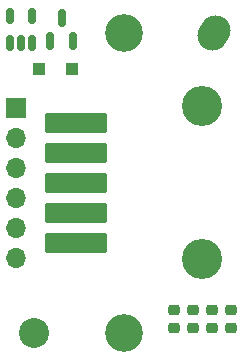
<source format=gbr>
%TF.GenerationSoftware,KiCad,Pcbnew,8.0.4-8.0.4-0~ubuntu22.04.1*%
%TF.CreationDate,2024-08-24T22:10:27-07:00*%
%TF.ProjectId,mag-encoder,6d61672d-656e-4636-9f64-65722e6b6963,0*%
%TF.SameCoordinates,Original*%
%TF.FileFunction,Soldermask,Top*%
%TF.FilePolarity,Negative*%
%FSLAX46Y46*%
G04 Gerber Fmt 4.6, Leading zero omitted, Abs format (unit mm)*
G04 Created by KiCad (PCBNEW 8.0.4-8.0.4-0~ubuntu22.04.1) date 2024-08-24 22:10:27*
%MOMM*%
%LPD*%
G01*
G04 APERTURE LIST*
G04 Aperture macros list*
%AMRoundRect*
0 Rectangle with rounded corners*
0 $1 Rounding radius*
0 $2 $3 $4 $5 $6 $7 $8 $9 X,Y pos of 4 corners*
0 Add a 4 corners polygon primitive as box body*
4,1,4,$2,$3,$4,$5,$6,$7,$8,$9,$2,$3,0*
0 Add four circle primitives for the rounded corners*
1,1,$1+$1,$2,$3*
1,1,$1+$1,$4,$5*
1,1,$1+$1,$6,$7*
1,1,$1+$1,$8,$9*
0 Add four rect primitives between the rounded corners*
20,1,$1+$1,$2,$3,$4,$5,0*
20,1,$1+$1,$4,$5,$6,$7,0*
20,1,$1+$1,$6,$7,$8,$9,0*
20,1,$1+$1,$8,$9,$2,$3,0*%
%AMHorizOval*
0 Thick line with rounded ends*
0 $1 width*
0 $2 $3 position (X,Y) of the first rounded end (center of the circle)*
0 $4 $5 position (X,Y) of the second rounded end (center of the circle)*
0 Add line between two ends*
20,1,$1,$2,$3,$4,$5,0*
0 Add two circle primitives to create the rounded ends*
1,1,$1,$2,$3*
1,1,$1,$4,$5*%
G04 Aperture macros list end*
%ADD10RoundRect,0.150000X0.150000X-0.512500X0.150000X0.512500X-0.150000X0.512500X-0.150000X-0.512500X0*%
%ADD11HorizOval,2.540000X0.130820X0.217720X-0.130820X-0.217720X0*%
%ADD12C,3.200000*%
%ADD13RoundRect,0.218750X0.256250X-0.218750X0.256250X0.218750X-0.256250X0.218750X-0.256250X-0.218750X0*%
%ADD14C,2.540000*%
%ADD15RoundRect,0.150000X0.150000X-0.587500X0.150000X0.587500X-0.150000X0.587500X-0.150000X-0.587500X0*%
%ADD16C,3.400000*%
%ADD17RoundRect,0.121324X2.543676X-0.703676X2.543676X0.703676X-2.543676X0.703676X-2.543676X-0.703676X0*%
%ADD18R,1.700000X1.700000*%
%ADD19O,1.700000X1.700000*%
%ADD20RoundRect,0.250000X-0.300000X-0.300000X0.300000X-0.300000X0.300000X0.300000X-0.300000X0.300000X0*%
G04 APERTURE END LIST*
D10*
%TO.C,U1*%
X220919000Y-111754500D03*
X221869000Y-111754500D03*
X222819000Y-111754500D03*
X222819000Y-109479500D03*
X220919000Y-109479500D03*
%TD*%
D11*
%TO.C,H2*%
X238175800Y-110871000D03*
%TD*%
D12*
%TO.C,H1*%
X230555800Y-110871000D03*
%TD*%
D13*
%TO.C,D5*%
X239623600Y-135915500D03*
X239623600Y-134340500D03*
%TD*%
D14*
%TO.C,H3*%
X222935800Y-136271000D03*
%TD*%
D13*
%TO.C,D3*%
X236423200Y-135915500D03*
X236423200Y-134340500D03*
%TD*%
D15*
%TO.C,U2*%
X224348000Y-111554500D03*
X226248000Y-111554500D03*
X225298000Y-109679500D03*
%TD*%
D16*
%TO.C,J2*%
X237177800Y-130051000D03*
X237177800Y-117091000D03*
D17*
X226487800Y-118491000D03*
X226487800Y-121031000D03*
X226487800Y-123571000D03*
X226487800Y-126111000D03*
X226487800Y-128651000D03*
%TD*%
D13*
%TO.C,D4*%
X238023400Y-135915500D03*
X238023400Y-134340500D03*
%TD*%
D18*
%TO.C,J1*%
X221411800Y-117221000D03*
D19*
X221411800Y-119761000D03*
X221411800Y-122301000D03*
X221411800Y-124841000D03*
X221411800Y-127381000D03*
X221411800Y-129921000D03*
%TD*%
D20*
%TO.C,D1*%
X223390000Y-113919000D03*
X226190000Y-113919000D03*
%TD*%
D13*
%TO.C,D2*%
X234823000Y-135915500D03*
X234823000Y-134340500D03*
%TD*%
D12*
%TO.C,H4*%
X230555800Y-136271000D03*
%TD*%
M02*

</source>
